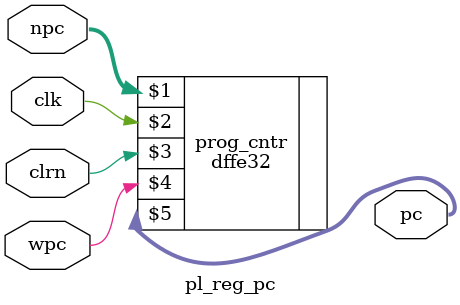
<source format=v>
/************************************************
  The Verilog HDL code example is from the book
  Computer Principles and Design in Verilog HDL
  by Yamin Li, published by A JOHN WILEY & SONS
************************************************/
module pl_reg_pc (npc,wpc,clk,clrn,pc);                      // program counter
    input         clk, clrn;                              // clock and reset
    input         wpc;                                    // pc write enable
    input  [31:0] npc;                                    // next pc
    output [31:0] pc;                                     // program counter
    // dffe32        (d,  clk,clrn,e,  q);
    dffe32 prog_cntr (npc,clk,clrn,wpc,pc);               // program counter
endmodule

</source>
